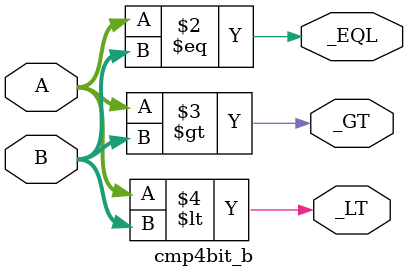
<source format=v>
/* 4 bits comparator in behavior level */
module cmp4bit_b(A, B, _EQL, _GT, _LT);
    input   [3:0]   A, B;
    output          _EQL, _GT, _LT;

    reg             _EQL, _GT, _LT;

    always@(A or B) begin
            _EQL = (A == B);
            _GT = (A > B);
            _LT = (A < B);
    end

endmodule

</source>
